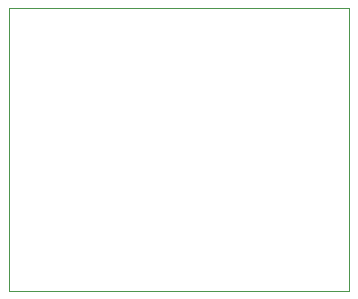
<source format=gm1>
G04 #@! TF.GenerationSoftware,KiCad,Pcbnew,(6.0.10)*
G04 #@! TF.CreationDate,2023-01-21T10:22:34+01:00*
G04 #@! TF.ProjectId,MS 5V for Powr Bus,4d532035-5620-4666-9f72-20506f777220,rev?*
G04 #@! TF.SameCoordinates,Original*
G04 #@! TF.FileFunction,Profile,NP*
%FSLAX46Y46*%
G04 Gerber Fmt 4.6, Leading zero omitted, Abs format (unit mm)*
G04 Created by KiCad (PCBNEW (6.0.10)) date 2023-01-21 10:22:34*
%MOMM*%
%LPD*%
G01*
G04 APERTURE LIST*
G04 #@! TA.AperFunction,Profile*
%ADD10C,0.100000*%
G04 #@! TD*
G04 APERTURE END LIST*
D10*
X178500000Y-99000000D02*
X149750000Y-99000000D01*
X149750000Y-99000000D02*
X149750000Y-75000000D01*
X178500000Y-75000000D02*
X178500000Y-99000000D01*
X149750000Y-75000000D02*
X178500000Y-75000000D01*
M02*

</source>
